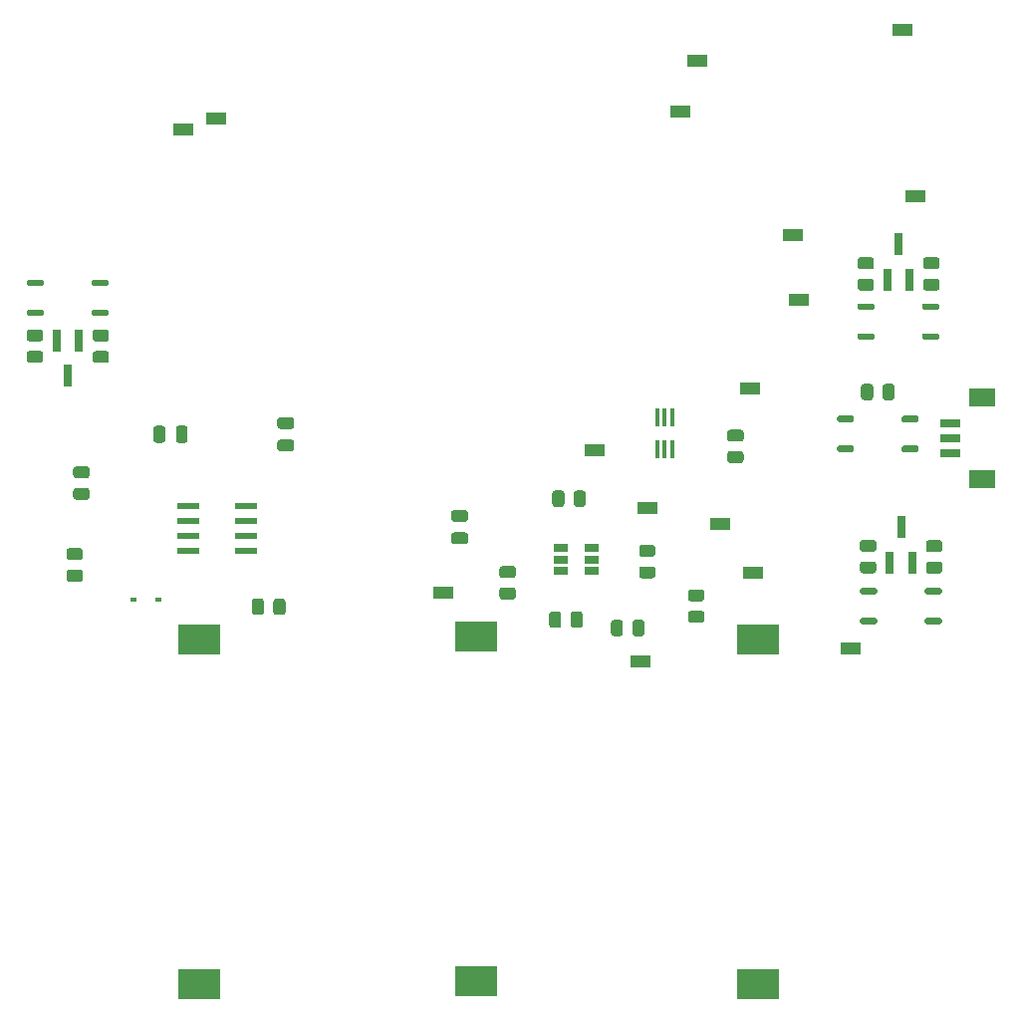
<source format=gbr>
%TF.GenerationSoftware,KiCad,Pcbnew,(5.1.12)-1*%
%TF.CreationDate,2022-07-05T07:26:00-06:00*%
%TF.ProjectId,RADSAT-SK Timer 2,52414453-4154-42d5-934b-2054696d6572,rev?*%
%TF.SameCoordinates,PX7735940PY2faf080*%
%TF.FileFunction,Paste,Top*%
%TF.FilePolarity,Positive*%
%FSLAX46Y46*%
G04 Gerber Fmt 4.6, Leading zero omitted, Abs format (unit mm)*
G04 Created by KiCad (PCBNEW (5.1.12)-1) date 2022-07-05 07:26:00*
%MOMM*%
%LPD*%
G01*
G04 APERTURE LIST*
%ADD10R,1.800000X1.000000*%
%ADD11R,1.220000X0.650000*%
%ADD12R,1.981200X0.533400*%
%ADD13R,0.600000X0.450000*%
%ADD14R,3.600000X2.600000*%
%ADD15R,0.800000X1.900000*%
%ADD16R,0.400000X1.500000*%
%ADD17R,1.800000X0.700000*%
%ADD18R,2.200000X1.600000*%
G04 APERTURE END LIST*
D10*
%TO.C,TP116*%
X-18710000Y-30140000D03*
%TD*%
%TO.C,TP115*%
X-31050000Y-53330000D03*
%TD*%
%TO.C,TP114*%
X-22050000Y-58790000D03*
%TD*%
%TO.C,TP113*%
X-31610000Y-66400000D03*
%TD*%
%TO.C,TP112*%
X-48410000Y-60540000D03*
%TD*%
%TO.C,TP111*%
X-22290000Y-43180000D03*
%TD*%
%TO.C,TP110*%
X-70500000Y-21120000D03*
%TD*%
%TO.C,TP109*%
X-18140000Y-35590000D03*
%TD*%
%TO.C,TP108*%
X-67720000Y-20190000D03*
%TD*%
%TO.C,TP107*%
X-8300000Y-26800000D03*
%TD*%
%TO.C,TP106*%
X-28230000Y-19660000D03*
%TD*%
%TO.C,TP105*%
X-9350000Y-12670000D03*
%TD*%
%TO.C,TP104*%
X-26770000Y-15310000D03*
%TD*%
%TO.C,TP103*%
X-13770000Y-65230000D03*
%TD*%
%TO.C,TP102*%
X-24870000Y-54640000D03*
%TD*%
%TO.C,TP101*%
X-35490000Y-48450000D03*
%TD*%
D11*
%TO.C,U202*%
X-35810000Y-56740000D03*
X-35810000Y-57690000D03*
X-35810000Y-58640000D03*
X-38430000Y-58640000D03*
X-38430000Y-57690000D03*
X-38430000Y-56740000D03*
%TD*%
D12*
%TO.C,U101*%
X-65126200Y-53175000D03*
X-65126200Y-54445000D03*
X-65126200Y-55715000D03*
X-65126200Y-56985000D03*
X-70053800Y-56985000D03*
X-70053800Y-55715000D03*
X-70053800Y-54445000D03*
X-70053800Y-53175000D03*
%TD*%
%TO.C,R110*%
G36*
G01*
X-23119998Y-47690000D02*
X-24020002Y-47690000D01*
G75*
G02*
X-24270000Y-47440002I0J249998D01*
G01*
X-24270000Y-46914998D01*
G75*
G02*
X-24020002Y-46665000I249998J0D01*
G01*
X-23119998Y-46665000D01*
G75*
G02*
X-22870000Y-46914998I0J-249998D01*
G01*
X-22870000Y-47440002D01*
G75*
G02*
X-23119998Y-47690000I-249998J0D01*
G01*
G37*
G36*
G01*
X-23119998Y-49515000D02*
X-24020002Y-49515000D01*
G75*
G02*
X-24270000Y-49265002I0J249998D01*
G01*
X-24270000Y-48739998D01*
G75*
G02*
X-24020002Y-48490000I249998J0D01*
G01*
X-23119998Y-48490000D01*
G75*
G02*
X-22870000Y-48739998I0J-249998D01*
G01*
X-22870000Y-49265002D01*
G75*
G02*
X-23119998Y-49515000I-249998J0D01*
G01*
G37*
%TD*%
%TO.C,R109*%
G36*
G01*
X-27350002Y-62058000D02*
X-26449998Y-62058000D01*
G75*
G02*
X-26200000Y-62307998I0J-249998D01*
G01*
X-26200000Y-62833002D01*
G75*
G02*
X-26449998Y-63083000I-249998J0D01*
G01*
X-27350002Y-63083000D01*
G75*
G02*
X-27600000Y-62833002I0J249998D01*
G01*
X-27600000Y-62307998D01*
G75*
G02*
X-27350002Y-62058000I249998J0D01*
G01*
G37*
G36*
G01*
X-27350002Y-60233000D02*
X-26449998Y-60233000D01*
G75*
G02*
X-26200000Y-60482998I0J-249998D01*
G01*
X-26200000Y-61008002D01*
G75*
G02*
X-26449998Y-61258000I-249998J0D01*
G01*
X-27350002Y-61258000D01*
G75*
G02*
X-27600000Y-61008002I0J249998D01*
G01*
X-27600000Y-60482998D01*
G75*
G02*
X-27350002Y-60233000I249998J0D01*
G01*
G37*
%TD*%
%TO.C,R108*%
G36*
G01*
X-32322500Y-63980002D02*
X-32322500Y-63079998D01*
G75*
G02*
X-32072502Y-62830000I249998J0D01*
G01*
X-31547498Y-62830000D01*
G75*
G02*
X-31297500Y-63079998I0J-249998D01*
G01*
X-31297500Y-63980002D01*
G75*
G02*
X-31547498Y-64230000I-249998J0D01*
G01*
X-32072502Y-64230000D01*
G75*
G02*
X-32322500Y-63980002I0J249998D01*
G01*
G37*
G36*
G01*
X-34147500Y-63980002D02*
X-34147500Y-63079998D01*
G75*
G02*
X-33897502Y-62830000I249998J0D01*
G01*
X-33372498Y-62830000D01*
G75*
G02*
X-33122500Y-63079998I0J-249998D01*
G01*
X-33122500Y-63980002D01*
G75*
G02*
X-33372498Y-64230000I-249998J0D01*
G01*
X-33897502Y-64230000D01*
G75*
G02*
X-34147500Y-63980002I0J249998D01*
G01*
G37*
%TD*%
%TO.C,R107*%
G36*
G01*
X-62840000Y-62170002D02*
X-62840000Y-61269998D01*
G75*
G02*
X-62590002Y-61020000I249998J0D01*
G01*
X-62064998Y-61020000D01*
G75*
G02*
X-61815000Y-61269998I0J-249998D01*
G01*
X-61815000Y-62170002D01*
G75*
G02*
X-62064998Y-62420000I-249998J0D01*
G01*
X-62590002Y-62420000D01*
G75*
G02*
X-62840000Y-62170002I0J249998D01*
G01*
G37*
G36*
G01*
X-64665000Y-62170002D02*
X-64665000Y-61269998D01*
G75*
G02*
X-64415002Y-61020000I249998J0D01*
G01*
X-63889998Y-61020000D01*
G75*
G02*
X-63640000Y-61269998I0J-249998D01*
G01*
X-63640000Y-62170002D01*
G75*
G02*
X-63889998Y-62420000I-249998J0D01*
G01*
X-64415002Y-62420000D01*
G75*
G02*
X-64665000Y-62170002I0J249998D01*
G01*
G37*
%TD*%
%TO.C,R106*%
G36*
G01*
X-38110000Y-52089998D02*
X-38110000Y-52990002D01*
G75*
G02*
X-38359998Y-53240000I-249998J0D01*
G01*
X-38885002Y-53240000D01*
G75*
G02*
X-39135000Y-52990002I0J249998D01*
G01*
X-39135000Y-52089998D01*
G75*
G02*
X-38885002Y-51840000I249998J0D01*
G01*
X-38359998Y-51840000D01*
G75*
G02*
X-38110000Y-52089998I0J-249998D01*
G01*
G37*
G36*
G01*
X-36285000Y-52089998D02*
X-36285000Y-52990002D01*
G75*
G02*
X-36534998Y-53240000I-249998J0D01*
G01*
X-37060002Y-53240000D01*
G75*
G02*
X-37310000Y-52990002I0J249998D01*
G01*
X-37310000Y-52089998D01*
G75*
G02*
X-37060002Y-51840000I249998J0D01*
G01*
X-36534998Y-51840000D01*
G75*
G02*
X-36285000Y-52089998I0J-249998D01*
G01*
G37*
%TD*%
%TO.C,R105*%
G36*
G01*
X-38370000Y-62369998D02*
X-38370000Y-63270002D01*
G75*
G02*
X-38619998Y-63520000I-249998J0D01*
G01*
X-39145002Y-63520000D01*
G75*
G02*
X-39395000Y-63270002I0J249998D01*
G01*
X-39395000Y-62369998D01*
G75*
G02*
X-39145002Y-62120000I249998J0D01*
G01*
X-38619998Y-62120000D01*
G75*
G02*
X-38370000Y-62369998I0J-249998D01*
G01*
G37*
G36*
G01*
X-36545000Y-62369998D02*
X-36545000Y-63270002D01*
G75*
G02*
X-36794998Y-63520000I-249998J0D01*
G01*
X-37320002Y-63520000D01*
G75*
G02*
X-37570000Y-63270002I0J249998D01*
G01*
X-37570000Y-62369998D01*
G75*
G02*
X-37320002Y-62120000I249998J0D01*
G01*
X-36794998Y-62120000D01*
G75*
G02*
X-36545000Y-62369998I0J-249998D01*
G01*
G37*
%TD*%
%TO.C,R104*%
G36*
G01*
X-80180002Y-58570000D02*
X-79279998Y-58570000D01*
G75*
G02*
X-79030000Y-58819998I0J-249998D01*
G01*
X-79030000Y-59345002D01*
G75*
G02*
X-79279998Y-59595000I-249998J0D01*
G01*
X-80180002Y-59595000D01*
G75*
G02*
X-80430000Y-59345002I0J249998D01*
G01*
X-80430000Y-58819998D01*
G75*
G02*
X-80180002Y-58570000I249998J0D01*
G01*
G37*
G36*
G01*
X-80180002Y-56745000D02*
X-79279998Y-56745000D01*
G75*
G02*
X-79030000Y-56994998I0J-249998D01*
G01*
X-79030000Y-57520002D01*
G75*
G02*
X-79279998Y-57770000I-249998J0D01*
G01*
X-80180002Y-57770000D01*
G75*
G02*
X-80430000Y-57520002I0J249998D01*
G01*
X-80430000Y-56994998D01*
G75*
G02*
X-80180002Y-56745000I249998J0D01*
G01*
G37*
%TD*%
%TO.C,R103*%
G36*
G01*
X-79610002Y-51610000D02*
X-78709998Y-51610000D01*
G75*
G02*
X-78460000Y-51859998I0J-249998D01*
G01*
X-78460000Y-52385002D01*
G75*
G02*
X-78709998Y-52635000I-249998J0D01*
G01*
X-79610002Y-52635000D01*
G75*
G02*
X-79860000Y-52385002I0J249998D01*
G01*
X-79860000Y-51859998D01*
G75*
G02*
X-79610002Y-51610000I249998J0D01*
G01*
G37*
G36*
G01*
X-79610002Y-49785000D02*
X-78709998Y-49785000D01*
G75*
G02*
X-78460000Y-50034998I0J-249998D01*
G01*
X-78460000Y-50560002D01*
G75*
G02*
X-78709998Y-50810000I-249998J0D01*
G01*
X-79610002Y-50810000D01*
G75*
G02*
X-79860000Y-50560002I0J249998D01*
G01*
X-79860000Y-50034998D01*
G75*
G02*
X-79610002Y-49785000I249998J0D01*
G01*
G37*
%TD*%
%TO.C,R102*%
G36*
G01*
X-42479998Y-59278000D02*
X-43380002Y-59278000D01*
G75*
G02*
X-43630000Y-59028002I0J249998D01*
G01*
X-43630000Y-58502998D01*
G75*
G02*
X-43380002Y-58253000I249998J0D01*
G01*
X-42479998Y-58253000D01*
G75*
G02*
X-42230000Y-58502998I0J-249998D01*
G01*
X-42230000Y-59028002D01*
G75*
G02*
X-42479998Y-59278000I-249998J0D01*
G01*
G37*
G36*
G01*
X-42479998Y-61103000D02*
X-43380002Y-61103000D01*
G75*
G02*
X-43630000Y-60853002I0J249998D01*
G01*
X-43630000Y-60327998D01*
G75*
G02*
X-43380002Y-60078000I249998J0D01*
G01*
X-42479998Y-60078000D01*
G75*
G02*
X-42230000Y-60327998I0J-249998D01*
G01*
X-42230000Y-60853002D01*
G75*
G02*
X-42479998Y-61103000I-249998J0D01*
G01*
G37*
%TD*%
%TO.C,R101*%
G36*
G01*
X-30609998Y-57480000D02*
X-31510002Y-57480000D01*
G75*
G02*
X-31760000Y-57230002I0J249998D01*
G01*
X-31760000Y-56704998D01*
G75*
G02*
X-31510002Y-56455000I249998J0D01*
G01*
X-30609998Y-56455000D01*
G75*
G02*
X-30360000Y-56704998I0J-249998D01*
G01*
X-30360000Y-57230002D01*
G75*
G02*
X-30609998Y-57480000I-249998J0D01*
G01*
G37*
G36*
G01*
X-30609998Y-59305000D02*
X-31510002Y-59305000D01*
G75*
G02*
X-31760000Y-59055002I0J249998D01*
G01*
X-31760000Y-58529998D01*
G75*
G02*
X-31510002Y-58280000I249998J0D01*
G01*
X-30609998Y-58280000D01*
G75*
G02*
X-30360000Y-58529998I0J-249998D01*
G01*
X-30360000Y-59055002D01*
G75*
G02*
X-30609998Y-59305000I-249998J0D01*
G01*
G37*
%TD*%
D13*
%TO.C,D102*%
X-74700000Y-61150000D03*
X-72600000Y-61150000D03*
%TD*%
%TO.C,C103*%
G36*
G01*
X-71130000Y-47535000D02*
X-71130000Y-46585000D01*
G75*
G02*
X-70880000Y-46335000I250000J0D01*
G01*
X-70380000Y-46335000D01*
G75*
G02*
X-70130000Y-46585000I0J-250000D01*
G01*
X-70130000Y-47535000D01*
G75*
G02*
X-70380000Y-47785000I-250000J0D01*
G01*
X-70880000Y-47785000D01*
G75*
G02*
X-71130000Y-47535000I0J250000D01*
G01*
G37*
G36*
G01*
X-73030000Y-47535000D02*
X-73030000Y-46585000D01*
G75*
G02*
X-72780000Y-46335000I250000J0D01*
G01*
X-72280000Y-46335000D01*
G75*
G02*
X-72030000Y-46585000I0J-250000D01*
G01*
X-72030000Y-47535000D01*
G75*
G02*
X-72280000Y-47785000I-250000J0D01*
G01*
X-72780000Y-47785000D01*
G75*
G02*
X-73030000Y-47535000I0J250000D01*
G01*
G37*
%TD*%
%TO.C,C102*%
G36*
G01*
X-62265000Y-47510000D02*
X-61315000Y-47510000D01*
G75*
G02*
X-61065000Y-47760000I0J-250000D01*
G01*
X-61065000Y-48260000D01*
G75*
G02*
X-61315000Y-48510000I-250000J0D01*
G01*
X-62265000Y-48510000D01*
G75*
G02*
X-62515000Y-48260000I0J250000D01*
G01*
X-62515000Y-47760000D01*
G75*
G02*
X-62265000Y-47510000I250000J0D01*
G01*
G37*
G36*
G01*
X-62265000Y-45610000D02*
X-61315000Y-45610000D01*
G75*
G02*
X-61065000Y-45860000I0J-250000D01*
G01*
X-61065000Y-46360000D01*
G75*
G02*
X-61315000Y-46610000I-250000J0D01*
G01*
X-62265000Y-46610000D01*
G75*
G02*
X-62515000Y-46360000I0J250000D01*
G01*
X-62515000Y-45860000D01*
G75*
G02*
X-62265000Y-45610000I250000J0D01*
G01*
G37*
%TD*%
%TO.C,C101*%
G36*
G01*
X-47485000Y-55400000D02*
X-46535000Y-55400000D01*
G75*
G02*
X-46285000Y-55650000I0J-250000D01*
G01*
X-46285000Y-56150000D01*
G75*
G02*
X-46535000Y-56400000I-250000J0D01*
G01*
X-47485000Y-56400000D01*
G75*
G02*
X-47735000Y-56150000I0J250000D01*
G01*
X-47735000Y-55650000D01*
G75*
G02*
X-47485000Y-55400000I250000J0D01*
G01*
G37*
G36*
G01*
X-47485000Y-53500000D02*
X-46535000Y-53500000D01*
G75*
G02*
X-46285000Y-53750000I0J-250000D01*
G01*
X-46285000Y-54250000D01*
G75*
G02*
X-46535000Y-54500000I-250000J0D01*
G01*
X-47485000Y-54500000D01*
G75*
G02*
X-47735000Y-54250000I0J250000D01*
G01*
X-47735000Y-53750000D01*
G75*
G02*
X-47485000Y-53500000I250000J0D01*
G01*
G37*
%TD*%
D14*
%TO.C,BT203*%
X-21630000Y-64510000D03*
X-21630000Y-93810000D03*
%TD*%
%TO.C,R215*%
G36*
G01*
X-77060798Y-39182100D02*
X-77960802Y-39182100D01*
G75*
G02*
X-78210800Y-38932102I0J249998D01*
G01*
X-78210800Y-38407098D01*
G75*
G02*
X-77960802Y-38157100I249998J0D01*
G01*
X-77060798Y-38157100D01*
G75*
G02*
X-76810800Y-38407098I0J-249998D01*
G01*
X-76810800Y-38932102D01*
G75*
G02*
X-77060798Y-39182100I-249998J0D01*
G01*
G37*
G36*
G01*
X-77060798Y-41007100D02*
X-77960802Y-41007100D01*
G75*
G02*
X-78210800Y-40757102I0J249998D01*
G01*
X-78210800Y-40232098D01*
G75*
G02*
X-77960802Y-39982100I249998J0D01*
G01*
X-77060798Y-39982100D01*
G75*
G02*
X-76810800Y-40232098I0J-249998D01*
G01*
X-76810800Y-40757102D01*
G75*
G02*
X-77060798Y-41007100I-249998J0D01*
G01*
G37*
%TD*%
D15*
%TO.C,Q206*%
X-80322600Y-42077800D03*
X-81272600Y-39077800D03*
X-79372600Y-39077800D03*
%TD*%
%TO.C,Q204*%
X-9479000Y-54966000D03*
X-8529000Y-57966000D03*
X-10429000Y-57966000D03*
%TD*%
%TO.C,R210*%
G36*
G01*
X-11862000Y-43021998D02*
X-11862000Y-43922002D01*
G75*
G02*
X-12111998Y-44172000I-249998J0D01*
G01*
X-12637002Y-44172000D01*
G75*
G02*
X-12887000Y-43922002I0J249998D01*
G01*
X-12887000Y-43021998D01*
G75*
G02*
X-12637002Y-42772000I249998J0D01*
G01*
X-12111998Y-42772000D01*
G75*
G02*
X-11862000Y-43021998I0J-249998D01*
G01*
G37*
G36*
G01*
X-10037000Y-43021998D02*
X-10037000Y-43922002D01*
G75*
G02*
X-10286998Y-44172000I-249998J0D01*
G01*
X-10812002Y-44172000D01*
G75*
G02*
X-11062000Y-43922002I0J249998D01*
G01*
X-11062000Y-43021998D01*
G75*
G02*
X-10812002Y-42772000I249998J0D01*
G01*
X-10286998Y-42772000D01*
G75*
G02*
X-10037000Y-43021998I0J-249998D01*
G01*
G37*
%TD*%
D16*
%TO.C,D204*%
X-30230000Y-45630000D03*
X-29580000Y-45630000D03*
X-28930000Y-45630000D03*
X-28930000Y-48290000D03*
X-29580000Y-48290000D03*
X-30230000Y-48290000D03*
%TD*%
%TO.C,R211*%
G36*
G01*
X-12740002Y-57864000D02*
X-11839998Y-57864000D01*
G75*
G02*
X-11590000Y-58113998I0J-249998D01*
G01*
X-11590000Y-58639002D01*
G75*
G02*
X-11839998Y-58889000I-249998J0D01*
G01*
X-12740002Y-58889000D01*
G75*
G02*
X-12990000Y-58639002I0J249998D01*
G01*
X-12990000Y-58113998D01*
G75*
G02*
X-12740002Y-57864000I249998J0D01*
G01*
G37*
G36*
G01*
X-12740002Y-56039000D02*
X-11839998Y-56039000D01*
G75*
G02*
X-11590000Y-56288998I0J-249998D01*
G01*
X-11590000Y-56814002D01*
G75*
G02*
X-11839998Y-57064000I-249998J0D01*
G01*
X-12740002Y-57064000D01*
G75*
G02*
X-12990000Y-56814002I0J249998D01*
G01*
X-12990000Y-56288998D01*
G75*
G02*
X-12740002Y-56039000I249998J0D01*
G01*
G37*
%TD*%
%TO.C,R214*%
G36*
G01*
X-6456998Y-33028200D02*
X-7357002Y-33028200D01*
G75*
G02*
X-7607000Y-32778202I0J249998D01*
G01*
X-7607000Y-32253198D01*
G75*
G02*
X-7357002Y-32003200I249998J0D01*
G01*
X-6456998Y-32003200D01*
G75*
G02*
X-6207000Y-32253198I0J-249998D01*
G01*
X-6207000Y-32778202D01*
G75*
G02*
X-6456998Y-33028200I-249998J0D01*
G01*
G37*
G36*
G01*
X-6456998Y-34853200D02*
X-7357002Y-34853200D01*
G75*
G02*
X-7607000Y-34603202I0J249998D01*
G01*
X-7607000Y-34078198D01*
G75*
G02*
X-7357002Y-33828200I249998J0D01*
G01*
X-6456998Y-33828200D01*
G75*
G02*
X-6207000Y-34078198I0J-249998D01*
G01*
X-6207000Y-34603202D01*
G75*
G02*
X-6456998Y-34853200I-249998J0D01*
G01*
G37*
%TD*%
%TO.C,U260*%
G36*
G01*
X-82350100Y-36610000D02*
X-82350100Y-36885000D01*
G75*
G02*
X-82487600Y-37022500I-137500J0D01*
G01*
X-83662600Y-37022500D01*
G75*
G02*
X-83800100Y-36885000I0J137500D01*
G01*
X-83800100Y-36610000D01*
G75*
G02*
X-83662600Y-36472500I137500J0D01*
G01*
X-82487600Y-36472500D01*
G75*
G02*
X-82350100Y-36610000I0J-137500D01*
G01*
G37*
G36*
G01*
X-82350100Y-34070000D02*
X-82350100Y-34345000D01*
G75*
G02*
X-82487600Y-34482500I-137500J0D01*
G01*
X-83662600Y-34482500D01*
G75*
G02*
X-83800100Y-34345000I0J137500D01*
G01*
X-83800100Y-34070000D01*
G75*
G02*
X-83662600Y-33932500I137500J0D01*
G01*
X-82487600Y-33932500D01*
G75*
G02*
X-82350100Y-34070000I0J-137500D01*
G01*
G37*
G36*
G01*
X-76850100Y-34070000D02*
X-76850100Y-34345000D01*
G75*
G02*
X-76987600Y-34482500I-137500J0D01*
G01*
X-78162600Y-34482500D01*
G75*
G02*
X-78300100Y-34345000I0J137500D01*
G01*
X-78300100Y-34070000D01*
G75*
G02*
X-78162600Y-33932500I137500J0D01*
G01*
X-76987600Y-33932500D01*
G75*
G02*
X-76850100Y-34070000I0J-137500D01*
G01*
G37*
G36*
G01*
X-76850100Y-36610000D02*
X-76850100Y-36885000D01*
G75*
G02*
X-76987600Y-37022500I-137500J0D01*
G01*
X-78162600Y-37022500D01*
G75*
G02*
X-78300100Y-36885000I0J137500D01*
G01*
X-78300100Y-36610000D01*
G75*
G02*
X-78162600Y-36472500I137500J0D01*
G01*
X-76987600Y-36472500D01*
G75*
G02*
X-76850100Y-36610000I0J-137500D01*
G01*
G37*
%TD*%
%TO.C,U240*%
G36*
G01*
X-7471000Y-60519500D02*
X-7471000Y-60244500D01*
G75*
G02*
X-7333500Y-60107000I137500J0D01*
G01*
X-6158500Y-60107000D01*
G75*
G02*
X-6021000Y-60244500I0J-137500D01*
G01*
X-6021000Y-60519500D01*
G75*
G02*
X-6158500Y-60657000I-137500J0D01*
G01*
X-7333500Y-60657000D01*
G75*
G02*
X-7471000Y-60519500I0J137500D01*
G01*
G37*
G36*
G01*
X-7471000Y-63059500D02*
X-7471000Y-62784500D01*
G75*
G02*
X-7333500Y-62647000I137500J0D01*
G01*
X-6158500Y-62647000D01*
G75*
G02*
X-6021000Y-62784500I0J-137500D01*
G01*
X-6021000Y-63059500D01*
G75*
G02*
X-6158500Y-63197000I-137500J0D01*
G01*
X-7333500Y-63197000D01*
G75*
G02*
X-7471000Y-63059500I0J137500D01*
G01*
G37*
G36*
G01*
X-12971000Y-63059500D02*
X-12971000Y-62784500D01*
G75*
G02*
X-12833500Y-62647000I137500J0D01*
G01*
X-11658500Y-62647000D01*
G75*
G02*
X-11521000Y-62784500I0J-137500D01*
G01*
X-11521000Y-63059500D01*
G75*
G02*
X-11658500Y-63197000I-137500J0D01*
G01*
X-12833500Y-63197000D01*
G75*
G02*
X-12971000Y-63059500I0J137500D01*
G01*
G37*
G36*
G01*
X-12971000Y-60519500D02*
X-12971000Y-60244500D01*
G75*
G02*
X-12833500Y-60107000I137500J0D01*
G01*
X-11658500Y-60107000D01*
G75*
G02*
X-11521000Y-60244500I0J-137500D01*
G01*
X-11521000Y-60519500D01*
G75*
G02*
X-11658500Y-60657000I-137500J0D01*
G01*
X-12833500Y-60657000D01*
G75*
G02*
X-12971000Y-60519500I0J137500D01*
G01*
G37*
%TD*%
%TO.C,R213*%
G36*
G01*
X-12938002Y-33838300D02*
X-12037998Y-33838300D01*
G75*
G02*
X-11788000Y-34088298I0J-249998D01*
G01*
X-11788000Y-34613302D01*
G75*
G02*
X-12037998Y-34863300I-249998J0D01*
G01*
X-12938002Y-34863300D01*
G75*
G02*
X-13188000Y-34613302I0J249998D01*
G01*
X-13188000Y-34088298D01*
G75*
G02*
X-12938002Y-33838300I249998J0D01*
G01*
G37*
G36*
G01*
X-12938002Y-32013300D02*
X-12037998Y-32013300D01*
G75*
G02*
X-11788000Y-32263298I0J-249998D01*
G01*
X-11788000Y-32788302D01*
G75*
G02*
X-12037998Y-33038300I-249998J0D01*
G01*
X-12938002Y-33038300D01*
G75*
G02*
X-13188000Y-32788302I0J249998D01*
G01*
X-13188000Y-32263298D01*
G75*
G02*
X-12938002Y-32013300I249998J0D01*
G01*
G37*
%TD*%
%TO.C,R216*%
G36*
G01*
X-83564002Y-39969400D02*
X-82663998Y-39969400D01*
G75*
G02*
X-82414000Y-40219398I0J-249998D01*
G01*
X-82414000Y-40744402D01*
G75*
G02*
X-82663998Y-40994400I-249998J0D01*
G01*
X-83564002Y-40994400D01*
G75*
G02*
X-83814000Y-40744402I0J249998D01*
G01*
X-83814000Y-40219398D01*
G75*
G02*
X-83564002Y-39969400I249998J0D01*
G01*
G37*
G36*
G01*
X-83564002Y-38144400D02*
X-82663998Y-38144400D01*
G75*
G02*
X-82414000Y-38394398I0J-249998D01*
G01*
X-82414000Y-38919402D01*
G75*
G02*
X-82663998Y-39169400I-249998J0D01*
G01*
X-83564002Y-39169400D01*
G75*
G02*
X-83814000Y-38919402I0J249998D01*
G01*
X-83814000Y-38394398D01*
G75*
G02*
X-83564002Y-38144400I249998J0D01*
G01*
G37*
%TD*%
%TO.C,U250*%
G36*
G01*
X-7712000Y-36354600D02*
X-7712000Y-36079600D01*
G75*
G02*
X-7574500Y-35942100I137500J0D01*
G01*
X-6399500Y-35942100D01*
G75*
G02*
X-6262000Y-36079600I0J-137500D01*
G01*
X-6262000Y-36354600D01*
G75*
G02*
X-6399500Y-36492100I-137500J0D01*
G01*
X-7574500Y-36492100D01*
G75*
G02*
X-7712000Y-36354600I0J137500D01*
G01*
G37*
G36*
G01*
X-7712000Y-38894600D02*
X-7712000Y-38619600D01*
G75*
G02*
X-7574500Y-38482100I137500J0D01*
G01*
X-6399500Y-38482100D01*
G75*
G02*
X-6262000Y-38619600I0J-137500D01*
G01*
X-6262000Y-38894600D01*
G75*
G02*
X-6399500Y-39032100I-137500J0D01*
G01*
X-7574500Y-39032100D01*
G75*
G02*
X-7712000Y-38894600I0J137500D01*
G01*
G37*
G36*
G01*
X-13212000Y-38894600D02*
X-13212000Y-38619600D01*
G75*
G02*
X-13074500Y-38482100I137500J0D01*
G01*
X-11899500Y-38482100D01*
G75*
G02*
X-11762000Y-38619600I0J-137500D01*
G01*
X-11762000Y-38894600D01*
G75*
G02*
X-11899500Y-39032100I-137500J0D01*
G01*
X-13074500Y-39032100D01*
G75*
G02*
X-13212000Y-38894600I0J137500D01*
G01*
G37*
G36*
G01*
X-13212000Y-36354600D02*
X-13212000Y-36079600D01*
G75*
G02*
X-13074500Y-35942100I137500J0D01*
G01*
X-11899500Y-35942100D01*
G75*
G02*
X-11762000Y-36079600I0J-137500D01*
G01*
X-11762000Y-36354600D01*
G75*
G02*
X-11899500Y-36492100I-137500J0D01*
G01*
X-13074500Y-36492100D01*
G75*
G02*
X-13212000Y-36354600I0J137500D01*
G01*
G37*
%TD*%
%TO.C,R212*%
G36*
G01*
X-6223998Y-57084000D02*
X-7124002Y-57084000D01*
G75*
G02*
X-7374000Y-56834002I0J249998D01*
G01*
X-7374000Y-56308998D01*
G75*
G02*
X-7124002Y-56059000I249998J0D01*
G01*
X-6223998Y-56059000D01*
G75*
G02*
X-5974000Y-56308998I0J-249998D01*
G01*
X-5974000Y-56834002D01*
G75*
G02*
X-6223998Y-57084000I-249998J0D01*
G01*
G37*
G36*
G01*
X-6223998Y-58909000D02*
X-7124002Y-58909000D01*
G75*
G02*
X-7374000Y-58659002I0J249998D01*
G01*
X-7374000Y-58133998D01*
G75*
G02*
X-7124002Y-57884000I249998J0D01*
G01*
X-6223998Y-57884000D01*
G75*
G02*
X-5974000Y-58133998I0J-249998D01*
G01*
X-5974000Y-58659002D01*
G75*
G02*
X-6223998Y-58909000I-249998J0D01*
G01*
G37*
%TD*%
D15*
%TO.C,Q205*%
X-9704000Y-30917200D03*
X-8754000Y-33917200D03*
X-10654000Y-33917200D03*
%TD*%
%TO.C,U230*%
G36*
G01*
X-9437000Y-45895500D02*
X-9437000Y-45620500D01*
G75*
G02*
X-9299500Y-45483000I137500J0D01*
G01*
X-8124500Y-45483000D01*
G75*
G02*
X-7987000Y-45620500I0J-137500D01*
G01*
X-7987000Y-45895500D01*
G75*
G02*
X-8124500Y-46033000I-137500J0D01*
G01*
X-9299500Y-46033000D01*
G75*
G02*
X-9437000Y-45895500I0J137500D01*
G01*
G37*
G36*
G01*
X-9437000Y-48435500D02*
X-9437000Y-48160500D01*
G75*
G02*
X-9299500Y-48023000I137500J0D01*
G01*
X-8124500Y-48023000D01*
G75*
G02*
X-7987000Y-48160500I0J-137500D01*
G01*
X-7987000Y-48435500D01*
G75*
G02*
X-8124500Y-48573000I-137500J0D01*
G01*
X-9299500Y-48573000D01*
G75*
G02*
X-9437000Y-48435500I0J137500D01*
G01*
G37*
G36*
G01*
X-14937000Y-48435500D02*
X-14937000Y-48160500D01*
G75*
G02*
X-14799500Y-48023000I137500J0D01*
G01*
X-13624500Y-48023000D01*
G75*
G02*
X-13487000Y-48160500I0J-137500D01*
G01*
X-13487000Y-48435500D01*
G75*
G02*
X-13624500Y-48573000I-137500J0D01*
G01*
X-14799500Y-48573000D01*
G75*
G02*
X-14937000Y-48435500I0J137500D01*
G01*
G37*
G36*
G01*
X-14937000Y-45895500D02*
X-14937000Y-45620500D01*
G75*
G02*
X-14799500Y-45483000I137500J0D01*
G01*
X-13624500Y-45483000D01*
G75*
G02*
X-13487000Y-45620500I0J-137500D01*
G01*
X-13487000Y-45895500D01*
G75*
G02*
X-13624500Y-46033000I-137500J0D01*
G01*
X-14799500Y-46033000D01*
G75*
G02*
X-14937000Y-45895500I0J137500D01*
G01*
G37*
%TD*%
D17*
%TO.C,J203*%
X-5292000Y-46150000D03*
X-5292000Y-47400000D03*
X-5292000Y-48650000D03*
D18*
X-2592000Y-50900000D03*
X-2592000Y-43900000D03*
%TD*%
D14*
%TO.C,BT201*%
X-69130000Y-64510000D03*
X-69130000Y-93810000D03*
%TD*%
%TO.C,BT202*%
X-45610000Y-64280000D03*
X-45610000Y-93580000D03*
%TD*%
M02*

</source>
